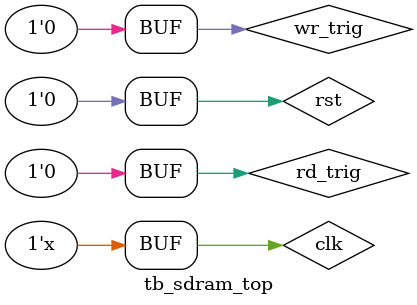
<source format=v>
`timescale 1ns/1ps
module tb_sdram_top;
reg clk;
reg rst;

wire            sdram_clk  ;
wire            sdram_cke  ;
wire            sdram_cs_n ;
wire            sdram_cas_n;
wire            sdram_ras_n;
wire            sdram_we_n ;
wire   [1:0]    sdram_bank ;
wire  [11:0]    sdram_addr ;
wire   [1:0]    sdram_dqm  ;
wire  [15:0]    sdram_dq   ;

reg             wr_trig;
reg             rd_trig;   
initial begin
    clk = 1;
    rst = 1;
    #100
    rst = 0;
end

initial begin
    wr_trig = 0;
    rd_trig = 0;
    #205000
    wr_trig = 1;
    #20
    wr_trig = 0; 
    #30000
    rd_trig = 1;
    #20
    rd_trig = 0;
end
always #10 clk = ~clk;

defparam    sdram_model_plus_inst.addr_bits = 12;
defparam    sdram_model_plus_inst.data_bits = 16;
defparam    sdram_model_plus_inst.col_bits  =  9;
defparam    sdram_model_plus_inst.mem_sizes = 1024*1024*2; //2m

sdram_top  sdram_top_inst(
        .clk                (clk),
        .rst                (rst),
        .sdram_clk          (sdram_clk),
        .sdram_cke          (sdram_cke),
        .sdram_cs_n         (sdram_cs_n),
        .sdram_cas_n        (sdram_cas_n),
        .sdram_ras_n        (sdram_ras_n),
        .sdram_we_n         (sdram_we_n),
        .sdram_bank         (sdram_bank),
        .sdram_addr         (sdram_addr),
        .sdram_dqm          (sdram_dqm),
        .sdram_dq           (sdram_dq),

        .wr_trig            (wr_trig),
        .rd_trig            (rd_trig)
);

sdram_model_plus sdram_model_plus_inst(
    .Dq         (sdram_dq), 
    .Addr       (sdram_addr), 
    .Ba         (sdram_bank), 
    .Clk        (sdram_clk), 
    .Cke        (sdram_cke), 
    .Cs_n       (sdram_cs_n), 
    .Ras_n      (sdram_ras_n), 
    .Cas_n      (sdram_cas_n),  
    .We_n       (sdram_we_n), 
    .Dqm        (sdram_dqm),
    .Debug      (1'b1)
    );



endmodule
</source>
